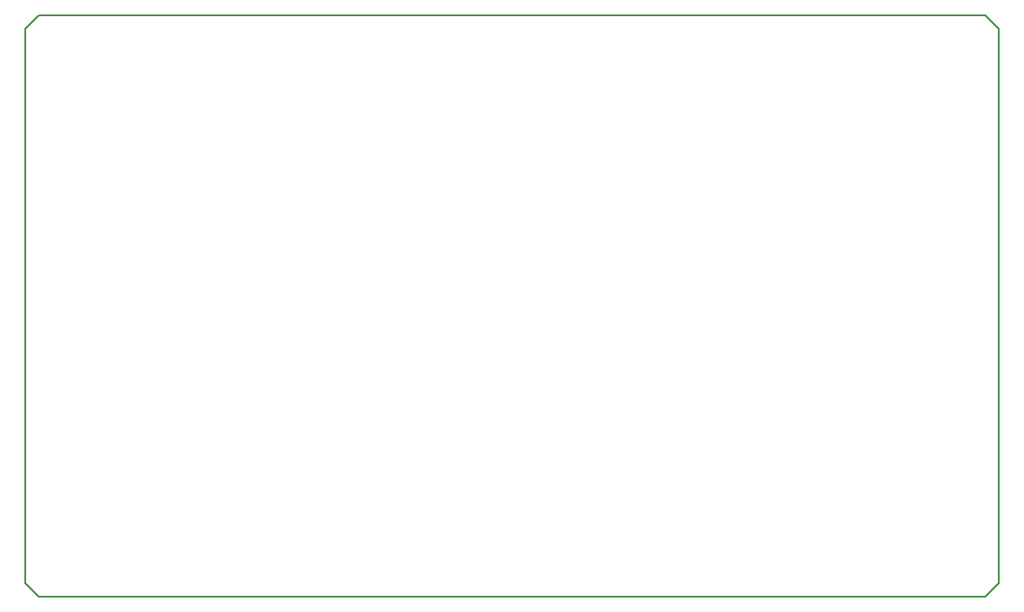
<source format=gm1>
G04 #@! TF.FileFunction,Profile,NP*
%FSLAX46Y46*%
G04 Gerber Fmt 4.6, Leading zero omitted, Abs format (unit mm)*
G04 Created by KiCad (PCBNEW 4.0.7-e2-6376~58~ubuntu16.04.1) date Fri Dec 22 02:34:49 2017*
%MOMM*%
%LPD*%
G01*
G04 APERTURE LIST*
%ADD10C,0.100000*%
%ADD11C,0.150000*%
G04 APERTURE END LIST*
D10*
D11*
X163830000Y-142240000D02*
X74930000Y-142240000D01*
X165100000Y-140970000D02*
X163830000Y-142240000D01*
X165100000Y-88900000D02*
X165100000Y-140970000D01*
X163830000Y-87630000D02*
X165100000Y-88900000D01*
X74930000Y-87630000D02*
X163830000Y-87630000D01*
X73660000Y-88900000D02*
X74930000Y-87630000D01*
X73660000Y-140970000D02*
X73660000Y-88900000D01*
X74930000Y-142240000D02*
X73660000Y-140970000D01*
M02*

</source>
